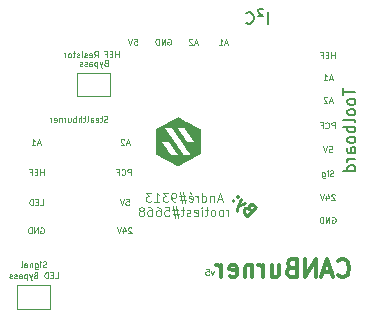
<source format=gbr>
%TF.GenerationSoftware,KiCad,Pcbnew,(6.0.7)*%
%TF.CreationDate,2022-11-20T15:50:49-05:00*%
%TF.ProjectId,CANBurner,43414e42-7572-46e6-9572-2e6b69636164,2.0*%
%TF.SameCoordinates,Original*%
%TF.FileFunction,Legend,Bot*%
%TF.FilePolarity,Positive*%
%FSLAX46Y46*%
G04 Gerber Fmt 4.6, Leading zero omitted, Abs format (unit mm)*
G04 Created by KiCad (PCBNEW (6.0.7)) date 2022-11-20 15:50:49*
%MOMM*%
%LPD*%
G01*
G04 APERTURE LIST*
%ADD10C,0.125000*%
%ADD11C,0.100000*%
%ADD12C,0.150000*%
%ADD13C,0.333000*%
%ADD14C,0.250000*%
%ADD15C,0.120000*%
G04 APERTURE END LIST*
D10*
X76845238Y-40078809D02*
X76821428Y-40055000D01*
X76773809Y-40031190D01*
X76654761Y-40031190D01*
X76607142Y-40055000D01*
X76583333Y-40078809D01*
X76559523Y-40126428D01*
X76559523Y-40174047D01*
X76583333Y-40245476D01*
X76869047Y-40531190D01*
X76559523Y-40531190D01*
X76130952Y-40197857D02*
X76130952Y-40531190D01*
X76250000Y-40007380D02*
X76369047Y-40364523D01*
X76059523Y-40364523D01*
X75940476Y-40031190D02*
X75773809Y-40531190D01*
X75607142Y-40031190D01*
D11*
X83807142Y-43717857D02*
X83688095Y-44051190D01*
X83569047Y-43717857D01*
X83140476Y-43551190D02*
X83378571Y-43551190D01*
X83402380Y-43789285D01*
X83378571Y-43765476D01*
X83330952Y-43741666D01*
X83211904Y-43741666D01*
X83164285Y-43765476D01*
X83140476Y-43789285D01*
X83116666Y-43836904D01*
X83116666Y-43955952D01*
X83140476Y-44003571D01*
X83164285Y-44027380D01*
X83211904Y-44051190D01*
X83330952Y-44051190D01*
X83378571Y-44027380D01*
X83402380Y-44003571D01*
D10*
X94053333Y-25701190D02*
X94053333Y-25201190D01*
X94053333Y-25439285D02*
X93767619Y-25439285D01*
X93767619Y-25701190D02*
X93767619Y-25201190D01*
X93529523Y-25439285D02*
X93362857Y-25439285D01*
X93291428Y-25701190D02*
X93529523Y-25701190D01*
X93529523Y-25201190D01*
X93291428Y-25201190D01*
X92910476Y-25439285D02*
X93077142Y-25439285D01*
X93077142Y-25701190D02*
X93077142Y-25201190D01*
X92839047Y-25201190D01*
X69408333Y-35591216D02*
X69408333Y-35091216D01*
X69408333Y-35329311D02*
X69122619Y-35329311D01*
X69122619Y-35591216D02*
X69122619Y-35091216D01*
X68884523Y-35329311D02*
X68717857Y-35329311D01*
X68646428Y-35591216D02*
X68884523Y-35591216D01*
X68884523Y-35091216D01*
X68646428Y-35091216D01*
X68265476Y-35329311D02*
X68432142Y-35329311D01*
X68432142Y-35591216D02*
X68432142Y-35091216D01*
X68194047Y-35091216D01*
X69107142Y-32908359D02*
X68869047Y-32908359D01*
X69154761Y-33051216D02*
X68988095Y-32551216D01*
X68821428Y-33051216D01*
X68392857Y-33051216D02*
X68678571Y-33051216D01*
X68535714Y-33051216D02*
X68535714Y-32551216D01*
X68583333Y-32622645D01*
X68630952Y-32670264D01*
X68678571Y-32694073D01*
D12*
X88380952Y-22782787D02*
X88380952Y-21782787D01*
X87952380Y-21544692D02*
X87857142Y-21497073D01*
X87714285Y-21497073D01*
X87619047Y-21544692D01*
X87571428Y-21639930D01*
X87571428Y-21735168D01*
X87619047Y-21830407D01*
X87952380Y-22163740D01*
X87571428Y-22163740D01*
X86571428Y-22687549D02*
X86619047Y-22735168D01*
X86761904Y-22782787D01*
X86857142Y-22782787D01*
X87000000Y-22735168D01*
X87095238Y-22639930D01*
X87142857Y-22544692D01*
X87190476Y-22354216D01*
X87190476Y-22211359D01*
X87142857Y-22020883D01*
X87095238Y-21925645D01*
X87000000Y-21830407D01*
X86857142Y-21782787D01*
X86761904Y-21782787D01*
X86619047Y-21830407D01*
X86571428Y-21878026D01*
D10*
X77094707Y-24062771D02*
X77332802Y-24062771D01*
X77356611Y-24300866D01*
X77332802Y-24277057D01*
X77285183Y-24253247D01*
X77166135Y-24253247D01*
X77118516Y-24277057D01*
X77094707Y-24300866D01*
X77070897Y-24348485D01*
X77070897Y-24467533D01*
X77094707Y-24515152D01*
X77118516Y-24538961D01*
X77166135Y-24562771D01*
X77285183Y-24562771D01*
X77332802Y-24538961D01*
X77356611Y-24515152D01*
X76928040Y-24062771D02*
X76761373Y-24562771D01*
X76594707Y-24062771D01*
X94065238Y-37240047D02*
X94041428Y-37216238D01*
X93993809Y-37192428D01*
X93874761Y-37192428D01*
X93827142Y-37216238D01*
X93803333Y-37240047D01*
X93779523Y-37287666D01*
X93779523Y-37335285D01*
X93803333Y-37406714D01*
X94089047Y-37692428D01*
X93779523Y-37692428D01*
X93350952Y-37359095D02*
X93350952Y-37692428D01*
X93470000Y-37168618D02*
X93589047Y-37525761D01*
X93279523Y-37525761D01*
X93160476Y-37192428D02*
X92993809Y-37692428D01*
X92827142Y-37192428D01*
X93850952Y-39168616D02*
X93898571Y-39144806D01*
X93970000Y-39144806D01*
X94041428Y-39168616D01*
X94089047Y-39216235D01*
X94112857Y-39263854D01*
X94136666Y-39359092D01*
X94136666Y-39430520D01*
X94112857Y-39525758D01*
X94089047Y-39573377D01*
X94041428Y-39620996D01*
X93970000Y-39644806D01*
X93922380Y-39644806D01*
X93850952Y-39620996D01*
X93827142Y-39597187D01*
X93827142Y-39430520D01*
X93922380Y-39430520D01*
X93612857Y-39644806D02*
X93612857Y-39144806D01*
X93327142Y-39644806D01*
X93327142Y-39144806D01*
X93089047Y-39644806D02*
X93089047Y-39144806D01*
X92970000Y-39144806D01*
X92898571Y-39168616D01*
X92850952Y-39216235D01*
X92827142Y-39263854D01*
X92803333Y-39359092D01*
X92803333Y-39430520D01*
X92827142Y-39525758D01*
X92850952Y-39573377D01*
X92898571Y-39620996D01*
X92970000Y-39644806D01*
X93089047Y-39644806D01*
X79920421Y-24070000D02*
X79968040Y-24046190D01*
X80039469Y-24046190D01*
X80110897Y-24070000D01*
X80158516Y-24117619D01*
X80182326Y-24165238D01*
X80206135Y-24260476D01*
X80206135Y-24331904D01*
X80182326Y-24427142D01*
X80158516Y-24474761D01*
X80110897Y-24522380D01*
X80039469Y-24546190D01*
X79991849Y-24546190D01*
X79920421Y-24522380D01*
X79896611Y-24498571D01*
X79896611Y-24331904D01*
X79991849Y-24331904D01*
X79682326Y-24546190D02*
X79682326Y-24046190D01*
X79396611Y-24546190D01*
X79396611Y-24046190D01*
X79158516Y-24546190D02*
X79158516Y-24046190D01*
X79039469Y-24046190D01*
X78968040Y-24070000D01*
X78920421Y-24117619D01*
X78896611Y-24165238D01*
X78872802Y-24260476D01*
X78872802Y-24331904D01*
X78896611Y-24427142D01*
X78920421Y-24474761D01*
X78968040Y-24522380D01*
X79039469Y-24546190D01*
X79158516Y-24546190D01*
D11*
X74818571Y-31082380D02*
X74747142Y-31106190D01*
X74628095Y-31106190D01*
X74580476Y-31082380D01*
X74556666Y-31058571D01*
X74532857Y-31010952D01*
X74532857Y-30963333D01*
X74556666Y-30915714D01*
X74580476Y-30891904D01*
X74628095Y-30868095D01*
X74723333Y-30844285D01*
X74770952Y-30820476D01*
X74794761Y-30796666D01*
X74818571Y-30749047D01*
X74818571Y-30701428D01*
X74794761Y-30653809D01*
X74770952Y-30630000D01*
X74723333Y-30606190D01*
X74604285Y-30606190D01*
X74532857Y-30630000D01*
X74390000Y-30772857D02*
X74199523Y-30772857D01*
X74318571Y-30606190D02*
X74318571Y-31034761D01*
X74294761Y-31082380D01*
X74247142Y-31106190D01*
X74199523Y-31106190D01*
X73842380Y-31082380D02*
X73890000Y-31106190D01*
X73985238Y-31106190D01*
X74032857Y-31082380D01*
X74056666Y-31034761D01*
X74056666Y-30844285D01*
X74032857Y-30796666D01*
X73985238Y-30772857D01*
X73890000Y-30772857D01*
X73842380Y-30796666D01*
X73818571Y-30844285D01*
X73818571Y-30891904D01*
X74056666Y-30939523D01*
X73390000Y-31106190D02*
X73390000Y-30844285D01*
X73413809Y-30796666D01*
X73461428Y-30772857D01*
X73556666Y-30772857D01*
X73604285Y-30796666D01*
X73390000Y-31082380D02*
X73437619Y-31106190D01*
X73556666Y-31106190D01*
X73604285Y-31082380D01*
X73628095Y-31034761D01*
X73628095Y-30987142D01*
X73604285Y-30939523D01*
X73556666Y-30915714D01*
X73437619Y-30915714D01*
X73390000Y-30891904D01*
X73080476Y-31106190D02*
X73128095Y-31082380D01*
X73151904Y-31034761D01*
X73151904Y-30606190D01*
X72961428Y-30772857D02*
X72770952Y-30772857D01*
X72890000Y-30606190D02*
X72890000Y-31034761D01*
X72866190Y-31082380D01*
X72818571Y-31106190D01*
X72770952Y-31106190D01*
X72604285Y-31106190D02*
X72604285Y-30606190D01*
X72390000Y-31106190D02*
X72390000Y-30844285D01*
X72413809Y-30796666D01*
X72461428Y-30772857D01*
X72532857Y-30772857D01*
X72580476Y-30796666D01*
X72604285Y-30820476D01*
X72151904Y-31106190D02*
X72151904Y-30606190D01*
X72151904Y-30796666D02*
X72104285Y-30772857D01*
X72009047Y-30772857D01*
X71961428Y-30796666D01*
X71937619Y-30820476D01*
X71913809Y-30868095D01*
X71913809Y-31010952D01*
X71937619Y-31058571D01*
X71961428Y-31082380D01*
X72009047Y-31106190D01*
X72104285Y-31106190D01*
X72151904Y-31082380D01*
X71485238Y-30772857D02*
X71485238Y-31106190D01*
X71699523Y-30772857D02*
X71699523Y-31034761D01*
X71675714Y-31082380D01*
X71628095Y-31106190D01*
X71556666Y-31106190D01*
X71509047Y-31082380D01*
X71485238Y-31058571D01*
X71247142Y-31106190D02*
X71247142Y-30772857D01*
X71247142Y-30868095D02*
X71223333Y-30820476D01*
X71199523Y-30796666D01*
X71151904Y-30772857D01*
X71104285Y-30772857D01*
X70937619Y-30772857D02*
X70937619Y-31106190D01*
X70937619Y-30820476D02*
X70913809Y-30796666D01*
X70866190Y-30772857D01*
X70794761Y-30772857D01*
X70747142Y-30796666D01*
X70723333Y-30844285D01*
X70723333Y-31106190D01*
X70294761Y-31082380D02*
X70342380Y-31106190D01*
X70437619Y-31106190D01*
X70485238Y-31082380D01*
X70509047Y-31034761D01*
X70509047Y-30844285D01*
X70485238Y-30796666D01*
X70437619Y-30772857D01*
X70342380Y-30772857D01*
X70294761Y-30796666D01*
X70270952Y-30844285D01*
X70270952Y-30891904D01*
X70509047Y-30939523D01*
X70056666Y-31106190D02*
X70056666Y-30772857D01*
X70056666Y-30868095D02*
X70032857Y-30820476D01*
X70009047Y-30796666D01*
X69961428Y-30772857D01*
X69913809Y-30772857D01*
D10*
X84976611Y-24419914D02*
X84738516Y-24419914D01*
X85024230Y-24562771D02*
X84857564Y-24062771D01*
X84690897Y-24562771D01*
X84262326Y-24562771D02*
X84548040Y-24562771D01*
X84405183Y-24562771D02*
X84405183Y-24062771D01*
X84452802Y-24134200D01*
X84500421Y-24181819D01*
X84548040Y-24205628D01*
D11*
X69651428Y-43382380D02*
X69580000Y-43406190D01*
X69460952Y-43406190D01*
X69413333Y-43382380D01*
X69389523Y-43358571D01*
X69365714Y-43310952D01*
X69365714Y-43263333D01*
X69389523Y-43215714D01*
X69413333Y-43191904D01*
X69460952Y-43168095D01*
X69556190Y-43144285D01*
X69603809Y-43120476D01*
X69627619Y-43096666D01*
X69651428Y-43049047D01*
X69651428Y-43001428D01*
X69627619Y-42953809D01*
X69603809Y-42930000D01*
X69556190Y-42906190D01*
X69437142Y-42906190D01*
X69365714Y-42930000D01*
X69151428Y-43406190D02*
X69151428Y-43072857D01*
X69151428Y-42906190D02*
X69175238Y-42930000D01*
X69151428Y-42953809D01*
X69127619Y-42930000D01*
X69151428Y-42906190D01*
X69151428Y-42953809D01*
X68699047Y-43072857D02*
X68699047Y-43477619D01*
X68722857Y-43525238D01*
X68746666Y-43549047D01*
X68794285Y-43572857D01*
X68865714Y-43572857D01*
X68913333Y-43549047D01*
X68699047Y-43382380D02*
X68746666Y-43406190D01*
X68841904Y-43406190D01*
X68889523Y-43382380D01*
X68913333Y-43358571D01*
X68937142Y-43310952D01*
X68937142Y-43168095D01*
X68913333Y-43120476D01*
X68889523Y-43096666D01*
X68841904Y-43072857D01*
X68746666Y-43072857D01*
X68699047Y-43096666D01*
X68460952Y-43072857D02*
X68460952Y-43406190D01*
X68460952Y-43120476D02*
X68437142Y-43096666D01*
X68389523Y-43072857D01*
X68318095Y-43072857D01*
X68270476Y-43096666D01*
X68246666Y-43144285D01*
X68246666Y-43406190D01*
X67794285Y-43406190D02*
X67794285Y-43144285D01*
X67818095Y-43096666D01*
X67865714Y-43072857D01*
X67960952Y-43072857D01*
X68008571Y-43096666D01*
X67794285Y-43382380D02*
X67841904Y-43406190D01*
X67960952Y-43406190D01*
X68008571Y-43382380D01*
X68032380Y-43334761D01*
X68032380Y-43287142D01*
X68008571Y-43239523D01*
X67960952Y-43215714D01*
X67841904Y-43215714D01*
X67794285Y-43191904D01*
X67484761Y-43406190D02*
X67532380Y-43382380D01*
X67556190Y-43334761D01*
X67556190Y-42906190D01*
D10*
X76657142Y-32908359D02*
X76419047Y-32908359D01*
X76704761Y-33051216D02*
X76538095Y-32551216D01*
X76371428Y-33051216D01*
X76228571Y-32598835D02*
X76204761Y-32575026D01*
X76157142Y-32551216D01*
X76038095Y-32551216D01*
X75990476Y-32575026D01*
X75966666Y-32598835D01*
X75942857Y-32646454D01*
X75942857Y-32694073D01*
X75966666Y-32765502D01*
X76252380Y-33051216D01*
X75942857Y-33051216D01*
D12*
X94802380Y-28253571D02*
X94802380Y-28825000D01*
X95802380Y-28539285D02*
X94802380Y-28539285D01*
X95802380Y-29301190D02*
X95754761Y-29205952D01*
X95707142Y-29158333D01*
X95611904Y-29110714D01*
X95326190Y-29110714D01*
X95230952Y-29158333D01*
X95183333Y-29205952D01*
X95135714Y-29301190D01*
X95135714Y-29444047D01*
X95183333Y-29539285D01*
X95230952Y-29586904D01*
X95326190Y-29634523D01*
X95611904Y-29634523D01*
X95707142Y-29586904D01*
X95754761Y-29539285D01*
X95802380Y-29444047D01*
X95802380Y-29301190D01*
X95802380Y-30205952D02*
X95754761Y-30110714D01*
X95707142Y-30063095D01*
X95611904Y-30015476D01*
X95326190Y-30015476D01*
X95230952Y-30063095D01*
X95183333Y-30110714D01*
X95135714Y-30205952D01*
X95135714Y-30348809D01*
X95183333Y-30444047D01*
X95230952Y-30491666D01*
X95326190Y-30539285D01*
X95611904Y-30539285D01*
X95707142Y-30491666D01*
X95754761Y-30444047D01*
X95802380Y-30348809D01*
X95802380Y-30205952D01*
X95802380Y-31110714D02*
X95754761Y-31015476D01*
X95659523Y-30967857D01*
X94802380Y-30967857D01*
X95802380Y-31491666D02*
X94802380Y-31491666D01*
X95183333Y-31491666D02*
X95135714Y-31586904D01*
X95135714Y-31777380D01*
X95183333Y-31872619D01*
X95230952Y-31920238D01*
X95326190Y-31967857D01*
X95611904Y-31967857D01*
X95707142Y-31920238D01*
X95754761Y-31872619D01*
X95802380Y-31777380D01*
X95802380Y-31586904D01*
X95754761Y-31491666D01*
X95802380Y-32539285D02*
X95754761Y-32444047D01*
X95707142Y-32396428D01*
X95611904Y-32348809D01*
X95326190Y-32348809D01*
X95230952Y-32396428D01*
X95183333Y-32444047D01*
X95135714Y-32539285D01*
X95135714Y-32682142D01*
X95183333Y-32777380D01*
X95230952Y-32825000D01*
X95326190Y-32872619D01*
X95611904Y-32872619D01*
X95707142Y-32825000D01*
X95754761Y-32777380D01*
X95802380Y-32682142D01*
X95802380Y-32539285D01*
X95802380Y-33729761D02*
X95278571Y-33729761D01*
X95183333Y-33682142D01*
X95135714Y-33586904D01*
X95135714Y-33396428D01*
X95183333Y-33301190D01*
X95754761Y-33729761D02*
X95802380Y-33634523D01*
X95802380Y-33396428D01*
X95754761Y-33301190D01*
X95659523Y-33253571D01*
X95564285Y-33253571D01*
X95469047Y-33301190D01*
X95421428Y-33396428D01*
X95421428Y-33634523D01*
X95373809Y-33729761D01*
X95802380Y-34205952D02*
X95135714Y-34205952D01*
X95326190Y-34205952D02*
X95230952Y-34253571D01*
X95183333Y-34301190D01*
X95135714Y-34396428D01*
X95135714Y-34491666D01*
X95802380Y-35253571D02*
X94802380Y-35253571D01*
X95754761Y-35253571D02*
X95802380Y-35158333D01*
X95802380Y-34967857D01*
X95754761Y-34872619D01*
X95707142Y-34825000D01*
X95611904Y-34777380D01*
X95326190Y-34777380D01*
X95230952Y-34825000D01*
X95183333Y-34872619D01*
X95135714Y-34967857D01*
X95135714Y-35158333D01*
X95183333Y-35253571D01*
D10*
X82436611Y-24419914D02*
X82198516Y-24419914D01*
X82484230Y-24562771D02*
X82317564Y-24062771D01*
X82150897Y-24562771D01*
X82008040Y-24110390D02*
X81984230Y-24086581D01*
X81936611Y-24062771D01*
X81817564Y-24062771D01*
X81769945Y-24086581D01*
X81746135Y-24110390D01*
X81722326Y-24158009D01*
X81722326Y-24205628D01*
X81746135Y-24277057D01*
X82031849Y-24562771D01*
X81722326Y-24562771D01*
X93827142Y-27418314D02*
X93589047Y-27418314D01*
X93874761Y-27561171D02*
X93708095Y-27061171D01*
X93541428Y-27561171D01*
X93112857Y-27561171D02*
X93398571Y-27561171D01*
X93255714Y-27561171D02*
X93255714Y-27061171D01*
X93303333Y-27132600D01*
X93350952Y-27180219D01*
X93398571Y-27204028D01*
X76370238Y-37631216D02*
X76608333Y-37631216D01*
X76632142Y-37869311D01*
X76608333Y-37845502D01*
X76560714Y-37821692D01*
X76441666Y-37821692D01*
X76394047Y-37845502D01*
X76370238Y-37869311D01*
X76346428Y-37916930D01*
X76346428Y-38035978D01*
X76370238Y-38083597D01*
X76394047Y-38107406D01*
X76441666Y-38131216D01*
X76560714Y-38131216D01*
X76608333Y-38107406D01*
X76632142Y-38083597D01*
X76203571Y-37631216D02*
X76036904Y-38131216D01*
X75870238Y-37631216D01*
X93958095Y-35663473D02*
X93886666Y-35687283D01*
X93767619Y-35687283D01*
X93720000Y-35663473D01*
X93696190Y-35639664D01*
X93672380Y-35592045D01*
X93672380Y-35544426D01*
X93696190Y-35496807D01*
X93720000Y-35472997D01*
X93767619Y-35449188D01*
X93862857Y-35425378D01*
X93910476Y-35401569D01*
X93934285Y-35377759D01*
X93958095Y-35330140D01*
X93958095Y-35282521D01*
X93934285Y-35234902D01*
X93910476Y-35211093D01*
X93862857Y-35187283D01*
X93743809Y-35187283D01*
X93672380Y-35211093D01*
X93458095Y-35687283D02*
X93458095Y-35353950D01*
X93458095Y-35187283D02*
X93481904Y-35211093D01*
X93458095Y-35234902D01*
X93434285Y-35211093D01*
X93458095Y-35187283D01*
X93458095Y-35234902D01*
X93005714Y-35353950D02*
X93005714Y-35758712D01*
X93029523Y-35806331D01*
X93053333Y-35830140D01*
X93100952Y-35853950D01*
X93172380Y-35853950D01*
X93220000Y-35830140D01*
X93005714Y-35663473D02*
X93053333Y-35687283D01*
X93148571Y-35687283D01*
X93196190Y-35663473D01*
X93220000Y-35639664D01*
X93243809Y-35592045D01*
X93243809Y-35449188D01*
X93220000Y-35401569D01*
X93196190Y-35377759D01*
X93148571Y-35353950D01*
X93053333Y-35353950D01*
X93005714Y-35377759D01*
X76795238Y-35591216D02*
X76795238Y-35091216D01*
X76604761Y-35091216D01*
X76557142Y-35115026D01*
X76533333Y-35138835D01*
X76509523Y-35186454D01*
X76509523Y-35257883D01*
X76533333Y-35305502D01*
X76557142Y-35329311D01*
X76604761Y-35353121D01*
X76795238Y-35353121D01*
X76009523Y-35543597D02*
X76033333Y-35567406D01*
X76104761Y-35591216D01*
X76152380Y-35591216D01*
X76223809Y-35567406D01*
X76271428Y-35519787D01*
X76295238Y-35472168D01*
X76319047Y-35376930D01*
X76319047Y-35305502D01*
X76295238Y-35210264D01*
X76271428Y-35162645D01*
X76223809Y-35115026D01*
X76152380Y-35091216D01*
X76104761Y-35091216D01*
X76033333Y-35115026D01*
X76009523Y-35138835D01*
X75628571Y-35329311D02*
X75795238Y-35329311D01*
X75795238Y-35591216D02*
X75795238Y-35091216D01*
X75557142Y-35091216D01*
D13*
X94367857Y-44085714D02*
X94439285Y-44157142D01*
X94653571Y-44228571D01*
X94796428Y-44228571D01*
X95010714Y-44157142D01*
X95153571Y-44014285D01*
X95225000Y-43871428D01*
X95296428Y-43585714D01*
X95296428Y-43371428D01*
X95225000Y-43085714D01*
X95153571Y-42942857D01*
X95010714Y-42800000D01*
X94796428Y-42728571D01*
X94653571Y-42728571D01*
X94439285Y-42800000D01*
X94367857Y-42871428D01*
X93796428Y-43800000D02*
X93082142Y-43800000D01*
X93939285Y-44228571D02*
X93439285Y-42728571D01*
X92939285Y-44228571D01*
X92439285Y-44228571D02*
X92439285Y-42728571D01*
X91582142Y-44228571D01*
X91582142Y-42728571D01*
X90367857Y-43442857D02*
X90153571Y-43514285D01*
X90082142Y-43585714D01*
X90010714Y-43728571D01*
X90010714Y-43942857D01*
X90082142Y-44085714D01*
X90153571Y-44157142D01*
X90296428Y-44228571D01*
X90867857Y-44228571D01*
X90867857Y-42728571D01*
X90367857Y-42728571D01*
X90225000Y-42800000D01*
X90153571Y-42871428D01*
X90082142Y-43014285D01*
X90082142Y-43157142D01*
X90153571Y-43300000D01*
X90225000Y-43371428D01*
X90367857Y-43442857D01*
X90867857Y-43442857D01*
X88725000Y-43228571D02*
X88725000Y-44228571D01*
X89367857Y-43228571D02*
X89367857Y-44014285D01*
X89296428Y-44157142D01*
X89153571Y-44228571D01*
X88939285Y-44228571D01*
X88796428Y-44157142D01*
X88725000Y-44085714D01*
X88010714Y-44228571D02*
X88010714Y-43228571D01*
X88010714Y-43514285D02*
X87939285Y-43371428D01*
X87867857Y-43300000D01*
X87725000Y-43228571D01*
X87582142Y-43228571D01*
X87082142Y-43228571D02*
X87082142Y-44228571D01*
X87082142Y-43371428D02*
X87010714Y-43300000D01*
X86867857Y-43228571D01*
X86653571Y-43228571D01*
X86510714Y-43300000D01*
X86439285Y-43442857D01*
X86439285Y-44228571D01*
X85153571Y-44157142D02*
X85296428Y-44228571D01*
X85582142Y-44228571D01*
X85725000Y-44157142D01*
X85796428Y-44014285D01*
X85796428Y-43442857D01*
X85725000Y-43300000D01*
X85582142Y-43228571D01*
X85296428Y-43228571D01*
X85153571Y-43300000D01*
X85082142Y-43442857D01*
X85082142Y-43585714D01*
X85796428Y-43728571D01*
X84439285Y-44228571D02*
X84439285Y-43228571D01*
X84439285Y-43514285D02*
X84367857Y-43371428D01*
X84296428Y-43300000D01*
X84153571Y-43228571D01*
X84010714Y-43228571D01*
D11*
X75765714Y-25626190D02*
X75765714Y-25126190D01*
X75765714Y-25364285D02*
X75480000Y-25364285D01*
X75480000Y-25626190D02*
X75480000Y-25126190D01*
X75241904Y-25364285D02*
X75075238Y-25364285D01*
X75003809Y-25626190D02*
X75241904Y-25626190D01*
X75241904Y-25126190D01*
X75003809Y-25126190D01*
X74622857Y-25364285D02*
X74789523Y-25364285D01*
X74789523Y-25626190D02*
X74789523Y-25126190D01*
X74551428Y-25126190D01*
X73694285Y-25626190D02*
X73860952Y-25388095D01*
X73980000Y-25626190D02*
X73980000Y-25126190D01*
X73789523Y-25126190D01*
X73741904Y-25150000D01*
X73718095Y-25173809D01*
X73694285Y-25221428D01*
X73694285Y-25292857D01*
X73718095Y-25340476D01*
X73741904Y-25364285D01*
X73789523Y-25388095D01*
X73980000Y-25388095D01*
X73289523Y-25602380D02*
X73337142Y-25626190D01*
X73432380Y-25626190D01*
X73480000Y-25602380D01*
X73503809Y-25554761D01*
X73503809Y-25364285D01*
X73480000Y-25316666D01*
X73432380Y-25292857D01*
X73337142Y-25292857D01*
X73289523Y-25316666D01*
X73265714Y-25364285D01*
X73265714Y-25411904D01*
X73503809Y-25459523D01*
X73075238Y-25602380D02*
X73027619Y-25626190D01*
X72932380Y-25626190D01*
X72884761Y-25602380D01*
X72860952Y-25554761D01*
X72860952Y-25530952D01*
X72884761Y-25483333D01*
X72932380Y-25459523D01*
X73003809Y-25459523D01*
X73051428Y-25435714D01*
X73075238Y-25388095D01*
X73075238Y-25364285D01*
X73051428Y-25316666D01*
X73003809Y-25292857D01*
X72932380Y-25292857D01*
X72884761Y-25316666D01*
X72646666Y-25626190D02*
X72646666Y-25292857D01*
X72646666Y-25126190D02*
X72670476Y-25150000D01*
X72646666Y-25173809D01*
X72622857Y-25150000D01*
X72646666Y-25126190D01*
X72646666Y-25173809D01*
X72432380Y-25602380D02*
X72384761Y-25626190D01*
X72289523Y-25626190D01*
X72241904Y-25602380D01*
X72218095Y-25554761D01*
X72218095Y-25530952D01*
X72241904Y-25483333D01*
X72289523Y-25459523D01*
X72360952Y-25459523D01*
X72408571Y-25435714D01*
X72432380Y-25388095D01*
X72432380Y-25364285D01*
X72408571Y-25316666D01*
X72360952Y-25292857D01*
X72289523Y-25292857D01*
X72241904Y-25316666D01*
X72075238Y-25292857D02*
X71884761Y-25292857D01*
X72003809Y-25126190D02*
X72003809Y-25554761D01*
X71980000Y-25602380D01*
X71932380Y-25626190D01*
X71884761Y-25626190D01*
X71646666Y-25626190D02*
X71694285Y-25602380D01*
X71718095Y-25578571D01*
X71741904Y-25530952D01*
X71741904Y-25388095D01*
X71718095Y-25340476D01*
X71694285Y-25316666D01*
X71646666Y-25292857D01*
X71575238Y-25292857D01*
X71527619Y-25316666D01*
X71503809Y-25340476D01*
X71480000Y-25388095D01*
X71480000Y-25530952D01*
X71503809Y-25578571D01*
X71527619Y-25602380D01*
X71575238Y-25626190D01*
X71646666Y-25626190D01*
X71265714Y-25626190D02*
X71265714Y-25292857D01*
X71265714Y-25388095D02*
X71241904Y-25340476D01*
X71218095Y-25316666D01*
X71170476Y-25292857D01*
X71122857Y-25292857D01*
D10*
X69155952Y-40055000D02*
X69203571Y-40031190D01*
X69275000Y-40031190D01*
X69346428Y-40055000D01*
X69394047Y-40102619D01*
X69417857Y-40150238D01*
X69441666Y-40245476D01*
X69441666Y-40316904D01*
X69417857Y-40412142D01*
X69394047Y-40459761D01*
X69346428Y-40507380D01*
X69275000Y-40531190D01*
X69227380Y-40531190D01*
X69155952Y-40507380D01*
X69132142Y-40483571D01*
X69132142Y-40316904D01*
X69227380Y-40316904D01*
X68917857Y-40531190D02*
X68917857Y-40031190D01*
X68632142Y-40531190D01*
X68632142Y-40031190D01*
X68394047Y-40531190D02*
X68394047Y-40031190D01*
X68275000Y-40031190D01*
X68203571Y-40055000D01*
X68155952Y-40102619D01*
X68132142Y-40150238D01*
X68108333Y-40245476D01*
X68108333Y-40316904D01*
X68132142Y-40412142D01*
X68155952Y-40459761D01*
X68203571Y-40507380D01*
X68275000Y-40531190D01*
X68394047Y-40531190D01*
D11*
X84508361Y-37632518D02*
X84151218Y-37632518D01*
X84579790Y-37846803D02*
X84329790Y-37096803D01*
X84079790Y-37846803D01*
X83829790Y-37346803D02*
X83829790Y-37846803D01*
X83829790Y-37418232D02*
X83794076Y-37382518D01*
X83722647Y-37346803D01*
X83615504Y-37346803D01*
X83544076Y-37382518D01*
X83508361Y-37453946D01*
X83508361Y-37846803D01*
X82829790Y-37846803D02*
X82829790Y-37096803D01*
X82829790Y-37811089D02*
X82901218Y-37846803D01*
X83044076Y-37846803D01*
X83115504Y-37811089D01*
X83151218Y-37775375D01*
X83186933Y-37703946D01*
X83186933Y-37489660D01*
X83151218Y-37418232D01*
X83115504Y-37382518D01*
X83044076Y-37346803D01*
X82901218Y-37346803D01*
X82829790Y-37382518D01*
X82472647Y-37846803D02*
X82472647Y-37346803D01*
X82472647Y-37489660D02*
X82436933Y-37418232D01*
X82401218Y-37382518D01*
X82329790Y-37346803D01*
X82258361Y-37346803D01*
X81722647Y-37811089D02*
X81794076Y-37846803D01*
X81936933Y-37846803D01*
X82008361Y-37811089D01*
X82044076Y-37739660D01*
X82044076Y-37453946D01*
X82008361Y-37382518D01*
X81936933Y-37346803D01*
X81794076Y-37346803D01*
X81722647Y-37382518D01*
X81686933Y-37453946D01*
X81686933Y-37525375D01*
X82044076Y-37596803D01*
X81794076Y-37061089D02*
X81901218Y-37168232D01*
X81401218Y-37346803D02*
X80865504Y-37346803D01*
X81186933Y-37025375D02*
X81401218Y-37989660D01*
X80936933Y-37668232D02*
X81472647Y-37668232D01*
X81151218Y-37989660D02*
X80936933Y-37025375D01*
X80579790Y-37846803D02*
X80436933Y-37846803D01*
X80365504Y-37811089D01*
X80329790Y-37775375D01*
X80258361Y-37668232D01*
X80222647Y-37525375D01*
X80222647Y-37239660D01*
X80258361Y-37168232D01*
X80294076Y-37132518D01*
X80365504Y-37096803D01*
X80508361Y-37096803D01*
X80579790Y-37132518D01*
X80615504Y-37168232D01*
X80651218Y-37239660D01*
X80651218Y-37418232D01*
X80615504Y-37489660D01*
X80579790Y-37525375D01*
X80508361Y-37561089D01*
X80365504Y-37561089D01*
X80294076Y-37525375D01*
X80258361Y-37489660D01*
X80222647Y-37418232D01*
X79972647Y-37096803D02*
X79508361Y-37096803D01*
X79758361Y-37382518D01*
X79651218Y-37382518D01*
X79579790Y-37418232D01*
X79544076Y-37453946D01*
X79508361Y-37525375D01*
X79508361Y-37703946D01*
X79544076Y-37775375D01*
X79579790Y-37811089D01*
X79651218Y-37846803D01*
X79865504Y-37846803D01*
X79936933Y-37811089D01*
X79972647Y-37775375D01*
X78794076Y-37846803D02*
X79222647Y-37846803D01*
X79008361Y-37846803D02*
X79008361Y-37096803D01*
X79079790Y-37203946D01*
X79151218Y-37275375D01*
X79222647Y-37311089D01*
X78544076Y-37096803D02*
X78079790Y-37096803D01*
X78329790Y-37382518D01*
X78222647Y-37382518D01*
X78151218Y-37418232D01*
X78115504Y-37453946D01*
X78079790Y-37525375D01*
X78079790Y-37703946D01*
X78115504Y-37775375D01*
X78151218Y-37811089D01*
X78222647Y-37846803D01*
X78436933Y-37846803D01*
X78508361Y-37811089D01*
X78544076Y-37775375D01*
X85061933Y-39054303D02*
X85061933Y-38554303D01*
X85061933Y-38697160D02*
X85026218Y-38625732D01*
X84990504Y-38590018D01*
X84919076Y-38554303D01*
X84847647Y-38554303D01*
X84490504Y-39054303D02*
X84561933Y-39018589D01*
X84597647Y-38982875D01*
X84633361Y-38911446D01*
X84633361Y-38697160D01*
X84597647Y-38625732D01*
X84561933Y-38590018D01*
X84490504Y-38554303D01*
X84383361Y-38554303D01*
X84311933Y-38590018D01*
X84276218Y-38625732D01*
X84240504Y-38697160D01*
X84240504Y-38911446D01*
X84276218Y-38982875D01*
X84311933Y-39018589D01*
X84383361Y-39054303D01*
X84490504Y-39054303D01*
X83811933Y-39054303D02*
X83883361Y-39018589D01*
X83919076Y-38982875D01*
X83954790Y-38911446D01*
X83954790Y-38697160D01*
X83919076Y-38625732D01*
X83883361Y-38590018D01*
X83811933Y-38554303D01*
X83704790Y-38554303D01*
X83633361Y-38590018D01*
X83597647Y-38625732D01*
X83561933Y-38697160D01*
X83561933Y-38911446D01*
X83597647Y-38982875D01*
X83633361Y-39018589D01*
X83704790Y-39054303D01*
X83811933Y-39054303D01*
X83347647Y-38554303D02*
X83061933Y-38554303D01*
X83240504Y-38304303D02*
X83240504Y-38947160D01*
X83204790Y-39018589D01*
X83133361Y-39054303D01*
X83061933Y-39054303D01*
X82811933Y-39054303D02*
X82811933Y-38554303D01*
X82811933Y-38304303D02*
X82847647Y-38340018D01*
X82811933Y-38375732D01*
X82776218Y-38340018D01*
X82811933Y-38304303D01*
X82811933Y-38375732D01*
X82169076Y-39018589D02*
X82240504Y-39054303D01*
X82383361Y-39054303D01*
X82454790Y-39018589D01*
X82490504Y-38947160D01*
X82490504Y-38661446D01*
X82454790Y-38590018D01*
X82383361Y-38554303D01*
X82240504Y-38554303D01*
X82169076Y-38590018D01*
X82133361Y-38661446D01*
X82133361Y-38732875D01*
X82490504Y-38804303D01*
X81847647Y-39018589D02*
X81776218Y-39054303D01*
X81633361Y-39054303D01*
X81561933Y-39018589D01*
X81526218Y-38947160D01*
X81526218Y-38911446D01*
X81561933Y-38840018D01*
X81633361Y-38804303D01*
X81740504Y-38804303D01*
X81811933Y-38768589D01*
X81847647Y-38697160D01*
X81847647Y-38661446D01*
X81811933Y-38590018D01*
X81740504Y-38554303D01*
X81633361Y-38554303D01*
X81561933Y-38590018D01*
X81311933Y-38554303D02*
X81026218Y-38554303D01*
X81204790Y-38304303D02*
X81204790Y-38947160D01*
X81169076Y-39018589D01*
X81097647Y-39054303D01*
X81026218Y-39054303D01*
X80811933Y-38554303D02*
X80276218Y-38554303D01*
X80597647Y-38232875D02*
X80811933Y-39197160D01*
X80347647Y-38875732D02*
X80883361Y-38875732D01*
X80561933Y-39197160D02*
X80347647Y-38232875D01*
X79669076Y-38304303D02*
X80026218Y-38304303D01*
X80061933Y-38661446D01*
X80026218Y-38625732D01*
X79954790Y-38590018D01*
X79776218Y-38590018D01*
X79704790Y-38625732D01*
X79669076Y-38661446D01*
X79633361Y-38732875D01*
X79633361Y-38911446D01*
X79669076Y-38982875D01*
X79704790Y-39018589D01*
X79776218Y-39054303D01*
X79954790Y-39054303D01*
X80026218Y-39018589D01*
X80061933Y-38982875D01*
X78990504Y-38304303D02*
X79133361Y-38304303D01*
X79204790Y-38340018D01*
X79240504Y-38375732D01*
X79311933Y-38482875D01*
X79347647Y-38625732D01*
X79347647Y-38911446D01*
X79311933Y-38982875D01*
X79276218Y-39018589D01*
X79204790Y-39054303D01*
X79061933Y-39054303D01*
X78990504Y-39018589D01*
X78954790Y-38982875D01*
X78919076Y-38911446D01*
X78919076Y-38732875D01*
X78954790Y-38661446D01*
X78990504Y-38625732D01*
X79061933Y-38590018D01*
X79204790Y-38590018D01*
X79276218Y-38625732D01*
X79311933Y-38661446D01*
X79347647Y-38732875D01*
X78276218Y-38304303D02*
X78419076Y-38304303D01*
X78490504Y-38340018D01*
X78526218Y-38375732D01*
X78597647Y-38482875D01*
X78633361Y-38625732D01*
X78633361Y-38911446D01*
X78597647Y-38982875D01*
X78561933Y-39018589D01*
X78490504Y-39054303D01*
X78347647Y-39054303D01*
X78276218Y-39018589D01*
X78240504Y-38982875D01*
X78204790Y-38911446D01*
X78204790Y-38732875D01*
X78240504Y-38661446D01*
X78276218Y-38625732D01*
X78347647Y-38590018D01*
X78490504Y-38590018D01*
X78561933Y-38625732D01*
X78597647Y-38661446D01*
X78633361Y-38732875D01*
X77776218Y-38625732D02*
X77847647Y-38590018D01*
X77883361Y-38554303D01*
X77919076Y-38482875D01*
X77919076Y-38447160D01*
X77883361Y-38375732D01*
X77847647Y-38340018D01*
X77776218Y-38304303D01*
X77633361Y-38304303D01*
X77561933Y-38340018D01*
X77526218Y-38375732D01*
X77490504Y-38447160D01*
X77490504Y-38482875D01*
X77526218Y-38554303D01*
X77561933Y-38590018D01*
X77633361Y-38625732D01*
X77776218Y-38625732D01*
X77847647Y-38661446D01*
X77883361Y-38697160D01*
X77919076Y-38768589D01*
X77919076Y-38911446D01*
X77883361Y-38982875D01*
X77847647Y-39018589D01*
X77776218Y-39054303D01*
X77633361Y-39054303D01*
X77561933Y-39018589D01*
X77526218Y-38982875D01*
X77490504Y-38911446D01*
X77490504Y-38768589D01*
X77526218Y-38697160D01*
X77561933Y-38661446D01*
X77633361Y-38625732D01*
D10*
X94065238Y-31624227D02*
X94065238Y-31124227D01*
X93874761Y-31124227D01*
X93827142Y-31148037D01*
X93803333Y-31171846D01*
X93779523Y-31219465D01*
X93779523Y-31290894D01*
X93803333Y-31338513D01*
X93827142Y-31362322D01*
X93874761Y-31386132D01*
X94065238Y-31386132D01*
X93279523Y-31576608D02*
X93303333Y-31600417D01*
X93374761Y-31624227D01*
X93422380Y-31624227D01*
X93493809Y-31600417D01*
X93541428Y-31552798D01*
X93565238Y-31505179D01*
X93589047Y-31409941D01*
X93589047Y-31338513D01*
X93565238Y-31243275D01*
X93541428Y-31195656D01*
X93493809Y-31148037D01*
X93422380Y-31124227D01*
X93374761Y-31124227D01*
X93303333Y-31148037D01*
X93279523Y-31171846D01*
X92898571Y-31362322D02*
X93065238Y-31362322D01*
X93065238Y-31624227D02*
X93065238Y-31124227D01*
X92827142Y-31124227D01*
X93565238Y-33155755D02*
X93803333Y-33155755D01*
X93827142Y-33393850D01*
X93803333Y-33370041D01*
X93755714Y-33346231D01*
X93636666Y-33346231D01*
X93589047Y-33370041D01*
X93565238Y-33393850D01*
X93541428Y-33441469D01*
X93541428Y-33560517D01*
X93565238Y-33608136D01*
X93589047Y-33631945D01*
X93636666Y-33655755D01*
X93755714Y-33655755D01*
X93803333Y-33631945D01*
X93827142Y-33608136D01*
X93398571Y-33155755D02*
X93231904Y-33655755D01*
X93065238Y-33155755D01*
X93827142Y-29317925D02*
X93589047Y-29317925D01*
X93874761Y-29460782D02*
X93708095Y-28960782D01*
X93541428Y-29460782D01*
X93398571Y-29008401D02*
X93374761Y-28984592D01*
X93327142Y-28960782D01*
X93208095Y-28960782D01*
X93160476Y-28984592D01*
X93136666Y-29008401D01*
X93112857Y-29056020D01*
X93112857Y-29103639D01*
X93136666Y-29175068D01*
X93422380Y-29460782D01*
X93112857Y-29460782D01*
X69121428Y-38131216D02*
X69359523Y-38131216D01*
X69359523Y-37631216D01*
X68954761Y-37869311D02*
X68788095Y-37869311D01*
X68716666Y-38131216D02*
X68954761Y-38131216D01*
X68954761Y-37631216D01*
X68716666Y-37631216D01*
X68502380Y-38131216D02*
X68502380Y-37631216D01*
X68383333Y-37631216D01*
X68311904Y-37655026D01*
X68264285Y-37702645D01*
X68240476Y-37750264D01*
X68216666Y-37845502D01*
X68216666Y-37916930D01*
X68240476Y-38012168D01*
X68264285Y-38059787D01*
X68311904Y-38107406D01*
X68383333Y-38131216D01*
X68502380Y-38131216D01*
D14*
X86797732Y-38436717D02*
X86663045Y-38369374D01*
X86595702Y-38369374D01*
X86494687Y-38403045D01*
X86393671Y-38504061D01*
X86360000Y-38605076D01*
X86360000Y-38672419D01*
X86393671Y-38773435D01*
X86663045Y-39042809D01*
X87370152Y-38335702D01*
X87134450Y-38100000D01*
X87033435Y-38066328D01*
X86966091Y-38066328D01*
X86865076Y-38100000D01*
X86797732Y-38167343D01*
X86764061Y-38268358D01*
X86764061Y-38335702D01*
X86797732Y-38436717D01*
X87033435Y-38672419D01*
X86494687Y-37931641D02*
X85854923Y-38234687D01*
X86157969Y-37594923D02*
X85854923Y-38234687D01*
X85753908Y-38470389D01*
X85753908Y-38537732D01*
X85787580Y-38638748D01*
X85484534Y-37729610D02*
X85417190Y-37729610D01*
X85417190Y-37796954D01*
X85484534Y-37796954D01*
X85484534Y-37729610D01*
X85417190Y-37796954D01*
X85854923Y-37359221D02*
X85787580Y-37359221D01*
X85787580Y-37426564D01*
X85854923Y-37426564D01*
X85854923Y-37359221D01*
X85787580Y-37426564D01*
D11*
%TO.C,Bypass*%
X74671904Y-26089285D02*
X74600476Y-26113095D01*
X74576666Y-26136904D01*
X74552857Y-26184523D01*
X74552857Y-26255952D01*
X74576666Y-26303571D01*
X74600476Y-26327380D01*
X74648095Y-26351190D01*
X74838571Y-26351190D01*
X74838571Y-25851190D01*
X74671904Y-25851190D01*
X74624285Y-25875000D01*
X74600476Y-25898809D01*
X74576666Y-25946428D01*
X74576666Y-25994047D01*
X74600476Y-26041666D01*
X74624285Y-26065476D01*
X74671904Y-26089285D01*
X74838571Y-26089285D01*
X74386190Y-26017857D02*
X74267142Y-26351190D01*
X74148095Y-26017857D02*
X74267142Y-26351190D01*
X74314761Y-26470238D01*
X74338571Y-26494047D01*
X74386190Y-26517857D01*
X73957619Y-26017857D02*
X73957619Y-26517857D01*
X73957619Y-26041666D02*
X73910000Y-26017857D01*
X73814761Y-26017857D01*
X73767142Y-26041666D01*
X73743333Y-26065476D01*
X73719523Y-26113095D01*
X73719523Y-26255952D01*
X73743333Y-26303571D01*
X73767142Y-26327380D01*
X73814761Y-26351190D01*
X73910000Y-26351190D01*
X73957619Y-26327380D01*
X73290952Y-26351190D02*
X73290952Y-26089285D01*
X73314761Y-26041666D01*
X73362380Y-26017857D01*
X73457619Y-26017857D01*
X73505238Y-26041666D01*
X73290952Y-26327380D02*
X73338571Y-26351190D01*
X73457619Y-26351190D01*
X73505238Y-26327380D01*
X73529047Y-26279761D01*
X73529047Y-26232142D01*
X73505238Y-26184523D01*
X73457619Y-26160714D01*
X73338571Y-26160714D01*
X73290952Y-26136904D01*
X73076666Y-26327380D02*
X73029047Y-26351190D01*
X72933809Y-26351190D01*
X72886190Y-26327380D01*
X72862380Y-26279761D01*
X72862380Y-26255952D01*
X72886190Y-26208333D01*
X72933809Y-26184523D01*
X73005238Y-26184523D01*
X73052857Y-26160714D01*
X73076666Y-26113095D01*
X73076666Y-26089285D01*
X73052857Y-26041666D01*
X73005238Y-26017857D01*
X72933809Y-26017857D01*
X72886190Y-26041666D01*
X72671904Y-26327380D02*
X72624285Y-26351190D01*
X72529047Y-26351190D01*
X72481428Y-26327380D01*
X72457619Y-26279761D01*
X72457619Y-26255952D01*
X72481428Y-26208333D01*
X72529047Y-26184523D01*
X72600476Y-26184523D01*
X72648095Y-26160714D01*
X72671904Y-26113095D01*
X72671904Y-26089285D01*
X72648095Y-26041666D01*
X72600476Y-26017857D01*
X72529047Y-26017857D01*
X72481428Y-26041666D01*
%TO.C,LED Bypass*%
X70389523Y-44336190D02*
X70627619Y-44336190D01*
X70627619Y-43836190D01*
X70222857Y-44074285D02*
X70056190Y-44074285D01*
X69984761Y-44336190D02*
X70222857Y-44336190D01*
X70222857Y-43836190D01*
X69984761Y-43836190D01*
X69770476Y-44336190D02*
X69770476Y-43836190D01*
X69651428Y-43836190D01*
X69580000Y-43860000D01*
X69532380Y-43907619D01*
X69508571Y-43955238D01*
X69484761Y-44050476D01*
X69484761Y-44121904D01*
X69508571Y-44217142D01*
X69532380Y-44264761D01*
X69580000Y-44312380D01*
X69651428Y-44336190D01*
X69770476Y-44336190D01*
X68722857Y-44074285D02*
X68651428Y-44098095D01*
X68627619Y-44121904D01*
X68603809Y-44169523D01*
X68603809Y-44240952D01*
X68627619Y-44288571D01*
X68651428Y-44312380D01*
X68699047Y-44336190D01*
X68889523Y-44336190D01*
X68889523Y-43836190D01*
X68722857Y-43836190D01*
X68675238Y-43860000D01*
X68651428Y-43883809D01*
X68627619Y-43931428D01*
X68627619Y-43979047D01*
X68651428Y-44026666D01*
X68675238Y-44050476D01*
X68722857Y-44074285D01*
X68889523Y-44074285D01*
X68437142Y-44002857D02*
X68318095Y-44336190D01*
X68199047Y-44002857D02*
X68318095Y-44336190D01*
X68365714Y-44455238D01*
X68389523Y-44479047D01*
X68437142Y-44502857D01*
X68008571Y-44002857D02*
X68008571Y-44502857D01*
X68008571Y-44026666D02*
X67960952Y-44002857D01*
X67865714Y-44002857D01*
X67818095Y-44026666D01*
X67794285Y-44050476D01*
X67770476Y-44098095D01*
X67770476Y-44240952D01*
X67794285Y-44288571D01*
X67818095Y-44312380D01*
X67865714Y-44336190D01*
X67960952Y-44336190D01*
X68008571Y-44312380D01*
X67341904Y-44336190D02*
X67341904Y-44074285D01*
X67365714Y-44026666D01*
X67413333Y-44002857D01*
X67508571Y-44002857D01*
X67556190Y-44026666D01*
X67341904Y-44312380D02*
X67389523Y-44336190D01*
X67508571Y-44336190D01*
X67556190Y-44312380D01*
X67580000Y-44264761D01*
X67580000Y-44217142D01*
X67556190Y-44169523D01*
X67508571Y-44145714D01*
X67389523Y-44145714D01*
X67341904Y-44121904D01*
X67127619Y-44312380D02*
X67080000Y-44336190D01*
X66984761Y-44336190D01*
X66937142Y-44312380D01*
X66913333Y-44264761D01*
X66913333Y-44240952D01*
X66937142Y-44193333D01*
X66984761Y-44169523D01*
X67056190Y-44169523D01*
X67103809Y-44145714D01*
X67127619Y-44098095D01*
X67127619Y-44074285D01*
X67103809Y-44026666D01*
X67056190Y-44002857D01*
X66984761Y-44002857D01*
X66937142Y-44026666D01*
X66722857Y-44312380D02*
X66675238Y-44336190D01*
X66580000Y-44336190D01*
X66532380Y-44312380D01*
X66508571Y-44264761D01*
X66508571Y-44240952D01*
X66532380Y-44193333D01*
X66580000Y-44169523D01*
X66651428Y-44169523D01*
X66699047Y-44145714D01*
X66722857Y-44098095D01*
X66722857Y-44074285D01*
X66699047Y-44026666D01*
X66651428Y-44002857D01*
X66580000Y-44002857D01*
X66532380Y-44026666D01*
%TO.C,G\u002A\u002A\u002A*%
G36*
X82474624Y-33941041D02*
G01*
X82447303Y-33956056D01*
X82424186Y-33968784D01*
X82406727Y-33978424D01*
X82396381Y-33984177D01*
X82393379Y-33985861D01*
X82385040Y-33990521D01*
X82375149Y-33996017D01*
X82362829Y-34002832D01*
X82347204Y-34011447D01*
X82327398Y-34022346D01*
X82302533Y-34036011D01*
X82271734Y-34052923D01*
X82234123Y-34073567D01*
X82188825Y-34098424D01*
X82175476Y-34105752D01*
X82143577Y-34123288D01*
X82112659Y-34140317D01*
X82084618Y-34155792D01*
X82061352Y-34168667D01*
X82044756Y-34177896D01*
X82031899Y-34185048D01*
X82008766Y-34197836D01*
X81981243Y-34212987D01*
X81951739Y-34229175D01*
X81922664Y-34245075D01*
X81906080Y-34254135D01*
X81871847Y-34272877D01*
X81836141Y-34292469D01*
X81802312Y-34311072D01*
X81773712Y-34326847D01*
X81758204Y-34335416D01*
X81706101Y-34364177D01*
X81648572Y-34395892D01*
X81587947Y-34429281D01*
X81526553Y-34463063D01*
X81466719Y-34495956D01*
X81410772Y-34526678D01*
X81361041Y-34553950D01*
X81345339Y-34562560D01*
X81313175Y-34580232D01*
X81282156Y-34597320D01*
X81254137Y-34612798D01*
X81230977Y-34625643D01*
X81214531Y-34634829D01*
X81199400Y-34643279D01*
X81176743Y-34655843D01*
X81148395Y-34671509D01*
X81115817Y-34689472D01*
X81080472Y-34708928D01*
X81043823Y-34729074D01*
X81007332Y-34749106D01*
X80972463Y-34768219D01*
X80940677Y-34785609D01*
X80913438Y-34800473D01*
X80892209Y-34812006D01*
X80889252Y-34813610D01*
X80868626Y-34825007D01*
X80848767Y-34836272D01*
X80833604Y-34845181D01*
X80825249Y-34850014D01*
X80812771Y-34856292D01*
X80805085Y-34858908D01*
X80804819Y-34858895D01*
X80797867Y-34856306D01*
X80783956Y-34849759D01*
X80764513Y-34839968D01*
X80740964Y-34827653D01*
X80714737Y-34813528D01*
X80691706Y-34800956D01*
X80659609Y-34783442D01*
X80628041Y-34766222D01*
X80599681Y-34750759D01*
X80577211Y-34738515D01*
X80555804Y-34726836D01*
X80534127Y-34714969D01*
X80516007Y-34705009D01*
X80503956Y-34698334D01*
X80478600Y-34684199D01*
X80449654Y-34668232D01*
X80422020Y-34653230D01*
X80391632Y-34636972D01*
X80379409Y-34630434D01*
X80360922Y-34620417D01*
X80346292Y-34612332D01*
X80337911Y-34607492D01*
X80336940Y-34606902D01*
X80327587Y-34601567D01*
X80311950Y-34592904D01*
X80291958Y-34581976D01*
X80269540Y-34569845D01*
X80268249Y-34569150D01*
X80243559Y-34555839D01*
X80219276Y-34542720D01*
X80198130Y-34531273D01*
X80182855Y-34522973D01*
X80170110Y-34516027D01*
X80148349Y-34504180D01*
X80129134Y-34493734D01*
X80125465Y-34491737D01*
X80110741Y-34483687D01*
X80089758Y-34472186D01*
X80064173Y-34458144D01*
X80035642Y-34442469D01*
X80005821Y-34426070D01*
X79973235Y-34408178D01*
X79931938Y-34385576D01*
X79888719Y-34361985D01*
X79847068Y-34339308D01*
X79810474Y-34319451D01*
X79794646Y-34310883D01*
X79763331Y-34293927D01*
X79737925Y-34280162D01*
X79716620Y-34268600D01*
X79697607Y-34258255D01*
X79679078Y-34248141D01*
X79659223Y-34237271D01*
X79636233Y-34224658D01*
X79608300Y-34209316D01*
X79573616Y-34190257D01*
X79557515Y-34181411D01*
X79521756Y-34161773D01*
X79489277Y-34143953D01*
X79458382Y-34127024D01*
X79427378Y-34110060D01*
X79394570Y-34092134D01*
X79358265Y-34072320D01*
X79316768Y-34049691D01*
X79268386Y-34023321D01*
X79267713Y-34022954D01*
X79235546Y-34005416D01*
X79197175Y-33984483D01*
X79154911Y-33961416D01*
X79111065Y-33937476D01*
X79067947Y-33913925D01*
X79027868Y-33892025D01*
X78889907Y-33816618D01*
X78891125Y-32774189D01*
X78891127Y-32772732D01*
X79436983Y-32772732D01*
X79437577Y-32774060D01*
X79442605Y-32782220D01*
X79452090Y-32796617D01*
X79465228Y-32816059D01*
X79481216Y-32839348D01*
X79499250Y-32865291D01*
X79504712Y-32873103D01*
X79524164Y-32900936D01*
X79542678Y-32927441D01*
X79559089Y-32950949D01*
X79572232Y-32969793D01*
X79580941Y-32982301D01*
X79593294Y-33000055D01*
X79608595Y-33022009D01*
X79622801Y-33042357D01*
X79631070Y-33054209D01*
X79644255Y-33073133D01*
X79661061Y-33097274D01*
X79680488Y-33125194D01*
X79701537Y-33155456D01*
X79723207Y-33186623D01*
X79744282Y-33216924D01*
X79764911Y-33246557D01*
X79783776Y-33273626D01*
X79799925Y-33296768D01*
X79812405Y-33314617D01*
X79820266Y-33325808D01*
X79826122Y-33334125D01*
X79839436Y-33353137D01*
X79854722Y-33375057D01*
X79869703Y-33396622D01*
X79876584Y-33406542D01*
X79894156Y-33431823D01*
X79912122Y-33457615D01*
X79927509Y-33479644D01*
X79940867Y-33498748D01*
X79962646Y-33529946D01*
X79988075Y-33566414D01*
X80016061Y-33606582D01*
X80045511Y-33648880D01*
X80075333Y-33691739D01*
X80104435Y-33733589D01*
X80131723Y-33772858D01*
X80156105Y-33807978D01*
X80176488Y-33837379D01*
X80234830Y-33921617D01*
X80524973Y-33921617D01*
X80572189Y-33921599D01*
X80627206Y-33921513D01*
X80673598Y-33921342D01*
X80712018Y-33921071D01*
X80743120Y-33920685D01*
X80767557Y-33920170D01*
X80785983Y-33919512D01*
X80799049Y-33918695D01*
X80807411Y-33917704D01*
X80811720Y-33916526D01*
X80812631Y-33915145D01*
X80812176Y-33914183D01*
X80808797Y-33908549D01*
X80802071Y-33898237D01*
X80791675Y-33882773D01*
X80777285Y-33861686D01*
X80758577Y-33834500D01*
X80735225Y-33800742D01*
X80706907Y-33759940D01*
X80673298Y-33711619D01*
X80660252Y-33692875D01*
X80644544Y-33670303D01*
X80630816Y-33650573D01*
X80624942Y-33642109D01*
X80612345Y-33623897D01*
X80596605Y-33601097D01*
X80579165Y-33575797D01*
X80561466Y-33550087D01*
X80550096Y-33533565D01*
X80532154Y-33507523D01*
X80515281Y-33483067D01*
X80500966Y-33462350D01*
X80490695Y-33447530D01*
X80489595Y-33445947D01*
X80480933Y-33433455D01*
X80467615Y-33414227D01*
X80450392Y-33389347D01*
X80430014Y-33359900D01*
X80407232Y-33326970D01*
X80382795Y-33291640D01*
X80357454Y-33254995D01*
X80338508Y-33227595D01*
X80307228Y-33182362D01*
X80274287Y-33134732D01*
X80241130Y-33086792D01*
X80209198Y-33040629D01*
X80179935Y-32998327D01*
X80154784Y-32961974D01*
X80143534Y-32945712D01*
X80120746Y-32912745D01*
X80099208Y-32881556D01*
X80079783Y-32853397D01*
X80063332Y-32829516D01*
X80050717Y-32811164D01*
X80042802Y-32799592D01*
X80022056Y-32769069D01*
X79729465Y-32769069D01*
X79677330Y-32769128D01*
X79627876Y-32769298D01*
X79582279Y-32769570D01*
X79541384Y-32769932D01*
X79506035Y-32770374D01*
X79477076Y-32770886D01*
X79455352Y-32771456D01*
X79441706Y-32772075D01*
X79436983Y-32772732D01*
X78891127Y-32772732D01*
X78892343Y-31731759D01*
X78924087Y-31714132D01*
X78924578Y-31713860D01*
X78939268Y-31705743D01*
X78960484Y-31694068D01*
X78986271Y-31679908D01*
X79014674Y-31664336D01*
X79043737Y-31648428D01*
X79051304Y-31644289D01*
X79084200Y-31626289D01*
X79710412Y-31626289D01*
X79737040Y-31664137D01*
X79746103Y-31677105D01*
X79762585Y-31700943D01*
X79780264Y-31726747D01*
X79796603Y-31750823D01*
X79809593Y-31769980D01*
X79821031Y-31786646D01*
X79829496Y-31798761D01*
X79833757Y-31804543D01*
X79837302Y-31809302D01*
X79845595Y-31820932D01*
X79857576Y-31837954D01*
X79872278Y-31858996D01*
X79888733Y-31882682D01*
X79900932Y-31900275D01*
X79920080Y-31927842D01*
X79938544Y-31954375D01*
X79954701Y-31977541D01*
X79966925Y-31995006D01*
X79973436Y-32004295D01*
X79988261Y-32025510D01*
X80006004Y-32050958D01*
X80024981Y-32078223D01*
X80043507Y-32104889D01*
X80050999Y-32115682D01*
X80072412Y-32146520D01*
X80095087Y-32179162D01*
X80116748Y-32210330D01*
X80135117Y-32236748D01*
X80143572Y-32248916D01*
X80158955Y-32271085D01*
X80178501Y-32299277D01*
X80201421Y-32332352D01*
X80226925Y-32369172D01*
X80254224Y-32408596D01*
X80282529Y-32449485D01*
X80311050Y-32490700D01*
X80336392Y-32527309D01*
X80362919Y-32565594D01*
X80387784Y-32601441D01*
X80410338Y-32633918D01*
X80429931Y-32662090D01*
X80445917Y-32685026D01*
X80457646Y-32701792D01*
X80464471Y-32711456D01*
X80476994Y-32729136D01*
X80492318Y-32751083D01*
X80506398Y-32771527D01*
X80519761Y-32790980D01*
X80533823Y-32811231D01*
X80545467Y-32827790D01*
X80559473Y-32847563D01*
X80591153Y-32892695D01*
X80627471Y-32944907D01*
X80667931Y-33003486D01*
X80677268Y-33017033D01*
X80696995Y-33045599D01*
X80716787Y-33074194D01*
X80734780Y-33100123D01*
X80749107Y-33120694D01*
X80752624Y-33125730D01*
X80774159Y-33156605D01*
X80799431Y-33192896D01*
X80827274Y-33232925D01*
X80856523Y-33275014D01*
X80886013Y-33317483D01*
X80914577Y-33358655D01*
X80941050Y-33396850D01*
X80964267Y-33430392D01*
X80983063Y-33457600D01*
X80990339Y-33468133D01*
X81006400Y-33491289D01*
X81022025Y-33513712D01*
X81034665Y-33531743D01*
X81040151Y-33539553D01*
X81052248Y-33556846D01*
X81068123Y-33579594D01*
X81086708Y-33606262D01*
X81106932Y-33635317D01*
X81127727Y-33665224D01*
X81141683Y-33685306D01*
X81162258Y-33714908D01*
X81181564Y-33742678D01*
X81198523Y-33767069D01*
X81212062Y-33786534D01*
X81221103Y-33799525D01*
X81227731Y-33809070D01*
X81242326Y-33830200D01*
X81258580Y-33853832D01*
X81274045Y-33876414D01*
X81300498Y-33915145D01*
X81304879Y-33921559D01*
X81591795Y-33921588D01*
X81638948Y-33921562D01*
X81688176Y-33921466D01*
X81733608Y-33921306D01*
X81774391Y-33921088D01*
X81809671Y-33920819D01*
X81838597Y-33920505D01*
X81860314Y-33920154D01*
X81873970Y-33919771D01*
X81878711Y-33919364D01*
X81876221Y-33914740D01*
X81868810Y-33903147D01*
X81857209Y-33885713D01*
X81842153Y-33863532D01*
X81824377Y-33837694D01*
X81804616Y-33809292D01*
X81799782Y-33802370D01*
X81785232Y-33781461D01*
X81768952Y-33757989D01*
X81753644Y-33735846D01*
X81752117Y-33733634D01*
X81739651Y-33715590D01*
X81722340Y-33690563D01*
X81700080Y-33658403D01*
X81672769Y-33618962D01*
X81640303Y-33572092D01*
X81602579Y-33517642D01*
X81559495Y-33455465D01*
X81510946Y-33385411D01*
X81504096Y-33375524D01*
X81488425Y-33352878D01*
X81474353Y-33332511D01*
X81463203Y-33316338D01*
X81456298Y-33306274D01*
X81455252Y-33304744D01*
X81447154Y-33293004D01*
X81435186Y-33275756D01*
X81420786Y-33255070D01*
X81405394Y-33233018D01*
X81403915Y-33230900D01*
X81385375Y-33204265D01*
X81364082Y-33173532D01*
X81342552Y-33142338D01*
X81323300Y-33114322D01*
X81322573Y-33113261D01*
X81302593Y-33084196D01*
X81279911Y-33051347D01*
X81257260Y-33018666D01*
X81237375Y-32990105D01*
X81235310Y-32987148D01*
X81216062Y-32959498D01*
X81195349Y-32929623D01*
X81175530Y-32900931D01*
X81158964Y-32876827D01*
X81144859Y-32856292D01*
X81129127Y-32833519D01*
X81115066Y-32813291D01*
X81104589Y-32798371D01*
X81092373Y-32781004D01*
X81075455Y-32756743D01*
X81054696Y-32726828D01*
X81030932Y-32692467D01*
X81005000Y-32654866D01*
X80977734Y-32615233D01*
X80953452Y-32579901D01*
X80932573Y-32549547D01*
X80915359Y-32524561D01*
X80900860Y-32503570D01*
X80888125Y-32485201D01*
X80876204Y-32468081D01*
X80864148Y-32450837D01*
X80851005Y-32432095D01*
X80848416Y-32428405D01*
X80832605Y-32405770D01*
X80817713Y-32384303D01*
X80805310Y-32366275D01*
X80796967Y-32353957D01*
X80791125Y-32345277D01*
X80783753Y-32334683D01*
X80779827Y-32329538D01*
X80777785Y-32326916D01*
X80771082Y-32317524D01*
X80761081Y-32303138D01*
X80749061Y-32285585D01*
X80733119Y-32262199D01*
X80700777Y-32214978D01*
X80665832Y-32164200D01*
X80630248Y-32112717D01*
X80595988Y-32063378D01*
X80580586Y-32041241D01*
X80559803Y-32011341D01*
X80536966Y-31978465D01*
X80513924Y-31945272D01*
X80492526Y-31914426D01*
X80486852Y-31906242D01*
X80469401Y-31881075D01*
X80453906Y-31858729D01*
X80441269Y-31840507D01*
X80432394Y-31827709D01*
X80428182Y-31821636D01*
X80422710Y-31813748D01*
X80376970Y-31747556D01*
X80331490Y-31681304D01*
X80293958Y-31626437D01*
X79710412Y-31626289D01*
X80780452Y-31626289D01*
X80818312Y-31681230D01*
X80833696Y-31703553D01*
X80853179Y-31731818D01*
X80872180Y-31759379D01*
X80888169Y-31782567D01*
X80894347Y-31791529D01*
X80908959Y-31812742D01*
X80927150Y-31839165D01*
X80947667Y-31868981D01*
X80969261Y-31900371D01*
X80990681Y-31931519D01*
X80998618Y-31943059D01*
X81024236Y-31980281D01*
X81051727Y-32020185D01*
X81080266Y-32061578D01*
X81109031Y-32103269D01*
X81137198Y-32144065D01*
X81163944Y-32182775D01*
X81188446Y-32218207D01*
X81209881Y-32249168D01*
X81227426Y-32274467D01*
X81240257Y-32292911D01*
X81247717Y-32303641D01*
X81263068Y-32325854D01*
X81279908Y-32350346D01*
X81295742Y-32373491D01*
X81298727Y-32377866D01*
X81314487Y-32400881D01*
X81333238Y-32428170D01*
X81352884Y-32456684D01*
X81371326Y-32483374D01*
X81381485Y-32498074D01*
X81399782Y-32524617D01*
X81421276Y-32555859D01*
X81444606Y-32589818D01*
X81468411Y-32624514D01*
X81491328Y-32657965D01*
X81567380Y-32769069D01*
X81857347Y-32769069D01*
X81899981Y-32769026D01*
X81951708Y-32768851D01*
X81999017Y-32768550D01*
X82041145Y-32768135D01*
X82077328Y-32767618D01*
X82106800Y-32767010D01*
X82128798Y-32766322D01*
X82142557Y-32765566D01*
X82147313Y-32764753D01*
X82146990Y-32763095D01*
X82145562Y-32759935D01*
X82142528Y-32754685D01*
X82137389Y-32746605D01*
X82129647Y-32734954D01*
X82118803Y-32718995D01*
X82104360Y-32697987D01*
X82085818Y-32671190D01*
X82062680Y-32637866D01*
X82034446Y-32597274D01*
X82024979Y-32583667D01*
X82002130Y-32550811D01*
X81979011Y-32517547D01*
X81957085Y-32485982D01*
X81937815Y-32458221D01*
X81922664Y-32436370D01*
X81919578Y-32431916D01*
X81902133Y-32406750D01*
X81884586Y-32381455D01*
X81868824Y-32358751D01*
X81856735Y-32341359D01*
X81843674Y-32322589D01*
X81819493Y-32287819D01*
X81799817Y-32259496D01*
X81783907Y-32236556D01*
X81771025Y-32217933D01*
X81760430Y-32202563D01*
X81758341Y-32199527D01*
X81743611Y-32178174D01*
X81724194Y-32150097D01*
X81700849Y-32116387D01*
X81674336Y-32078140D01*
X81645412Y-32036448D01*
X81614837Y-31992405D01*
X81583369Y-31947106D01*
X81551767Y-31901644D01*
X81520790Y-31857112D01*
X81514781Y-31848476D01*
X81498164Y-31824594D01*
X81483699Y-31803795D01*
X81470100Y-31784227D01*
X81456079Y-31764038D01*
X81440352Y-31741377D01*
X81421633Y-31714392D01*
X81398634Y-31681232D01*
X81360530Y-31626289D01*
X80780452Y-31626289D01*
X79710412Y-31626289D01*
X79084200Y-31626289D01*
X79098782Y-31618310D01*
X79139312Y-31596108D01*
X79174313Y-31576899D01*
X79205209Y-31559901D01*
X79233419Y-31544330D01*
X79260366Y-31529405D01*
X79287470Y-31514341D01*
X79316153Y-31498356D01*
X79339219Y-31485529D01*
X79361078Y-31473460D01*
X79378554Y-31463907D01*
X79390266Y-31457622D01*
X79394836Y-31455360D01*
X79395679Y-31455049D01*
X79402978Y-31451365D01*
X79415955Y-31444404D01*
X79432534Y-31435274D01*
X79437469Y-31432527D01*
X79460659Y-31419617D01*
X79486453Y-31405256D01*
X79510128Y-31392074D01*
X79522310Y-31385310D01*
X79547429Y-31371419D01*
X79580215Y-31353337D01*
X79620127Y-31331363D01*
X79666623Y-31305794D01*
X79719160Y-31276930D01*
X79777197Y-31245068D01*
X79786100Y-31240179D01*
X79803957Y-31230366D01*
X79826856Y-31217778D01*
X79852790Y-31203518D01*
X79879754Y-31188688D01*
X79895986Y-31179769D01*
X79926916Y-31162812D01*
X79957837Y-31145904D01*
X79985902Y-31130599D01*
X80008263Y-31118456D01*
X80024456Y-31109656D01*
X80051308Y-31094947D01*
X80077321Y-31080577D01*
X80098611Y-31068685D01*
X80102020Y-31066766D01*
X80125694Y-31053520D01*
X80150596Y-31039694D01*
X80171866Y-31027990D01*
X80174733Y-31026423D01*
X80193359Y-31016215D01*
X80217213Y-31003114D01*
X80243529Y-30988638D01*
X80269540Y-30974309D01*
X80282020Y-30967430D01*
X80312085Y-30950873D01*
X80345816Y-30932310D01*
X80379936Y-30913544D01*
X80411166Y-30896380D01*
X80431913Y-30884953D01*
X80458934Y-30869987D01*
X80483615Y-30856228D01*
X80503878Y-30844836D01*
X80517648Y-30836969D01*
X80532149Y-30828708D01*
X80543176Y-30822754D01*
X80548195Y-30820482D01*
X80548947Y-30820219D01*
X80556280Y-30816561D01*
X80569999Y-30809270D01*
X80588505Y-30799203D01*
X80610200Y-30787217D01*
X80610828Y-30786868D01*
X80639120Y-30771163D01*
X80671865Y-30753033D01*
X80705056Y-30734695D01*
X80734686Y-30718366D01*
X80799371Y-30682780D01*
X80827476Y-30698657D01*
X80841051Y-30706273D01*
X80866190Y-30720231D01*
X80895668Y-30736478D01*
X80926972Y-30753635D01*
X80957587Y-30770320D01*
X80984998Y-30785153D01*
X80995144Y-30790623D01*
X81007484Y-30797308D01*
X81019946Y-30804116D01*
X81034211Y-30811972D01*
X81051962Y-30821803D01*
X81074881Y-30834537D01*
X81104648Y-30851100D01*
X81114002Y-30856296D01*
X81137259Y-30869165D01*
X81164992Y-30884464D01*
X81194498Y-30900704D01*
X81223078Y-30916395D01*
X81247804Y-30929953D01*
X81286339Y-30951090D01*
X81328129Y-30974021D01*
X81374236Y-30999330D01*
X81425721Y-31027599D01*
X81483643Y-31059409D01*
X81549063Y-31095343D01*
X81602280Y-31124576D01*
X81668010Y-31160685D01*
X81726543Y-31192843D01*
X81778666Y-31221484D01*
X81825168Y-31247040D01*
X81866834Y-31269944D01*
X81904454Y-31290630D01*
X81938814Y-31309529D01*
X81970702Y-31327075D01*
X82000905Y-31343702D01*
X82030211Y-31359841D01*
X82059407Y-31375926D01*
X82110495Y-31404067D01*
X82160017Y-31431320D01*
X82202703Y-31454779D01*
X82239454Y-31474936D01*
X82271169Y-31492284D01*
X82298749Y-31507316D01*
X82323093Y-31520525D01*
X82345102Y-31532405D01*
X82350657Y-31535399D01*
X82371966Y-31546977D01*
X82389886Y-31556854D01*
X82402675Y-31564063D01*
X82408590Y-31567636D01*
X82412752Y-31570148D01*
X82424576Y-31576865D01*
X82442751Y-31587014D01*
X82466075Y-31599930D01*
X82493344Y-31614943D01*
X82523356Y-31631385D01*
X82544861Y-31643142D01*
X82576713Y-31660566D01*
X82606693Y-31676978D01*
X82633128Y-31691460D01*
X82654341Y-31703095D01*
X82668657Y-31710965D01*
X82704075Y-31730485D01*
X82702853Y-32764753D01*
X82702843Y-32773316D01*
X82701611Y-33816146D01*
X82669867Y-33833790D01*
X82661531Y-33838406D01*
X82643326Y-33848445D01*
X82619282Y-33861673D01*
X82591012Y-33877204D01*
X82560127Y-33894153D01*
X82528240Y-33911632D01*
X82514135Y-33919364D01*
X82504694Y-33924539D01*
X82474624Y-33941041D01*
G37*
D15*
%TO.C,Bypass*%
X72260000Y-28925000D02*
X75060000Y-28925000D01*
X75060000Y-26925000D02*
X72260000Y-26925000D01*
X72260000Y-26925000D02*
X72260000Y-28925000D01*
X75060000Y-28925000D02*
X75060000Y-26925000D01*
%TO.C,LED Bypass*%
X69980000Y-44910000D02*
X67180000Y-44910000D01*
X67180000Y-46910000D02*
X69980000Y-46910000D01*
X67180000Y-44910000D02*
X67180000Y-46910000D01*
X69980000Y-46910000D02*
X69980000Y-44910000D01*
%TD*%
M02*

</source>
